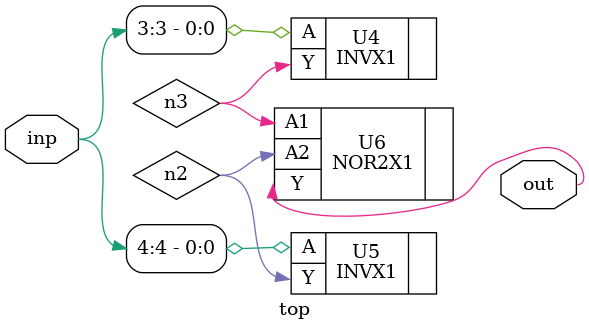
<source format=sv>


module top ( inp, out );
  input [4:0] inp;
  output out;
  wire   n2, n3;

  INVX1 U4 ( .A(inp[3]), .Y(n3) );
  INVX1 U5 ( .A(inp[4]), .Y(n2) );
  NOR2X1 U6 ( .A1(n3), .A2(n2), .Y(out) );
endmodule


</source>
